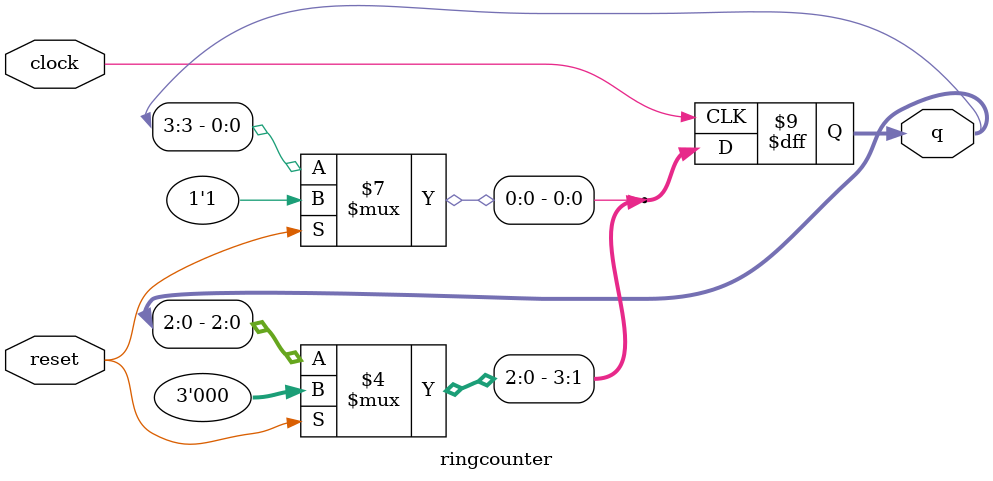
<source format=v>
`timescale 1ns / 1ps

module ringcounter(input clock,
      input reset,
  output reg [3:0] q
    );
 
  
 
    always @(posedge clock)
      if (reset)
        q <= 4'b0001;
 
      else
        begin
        q <=  q<<1; 
        q[0]<=q[3];
        end
 
  
 
  endmodule
   

</source>
